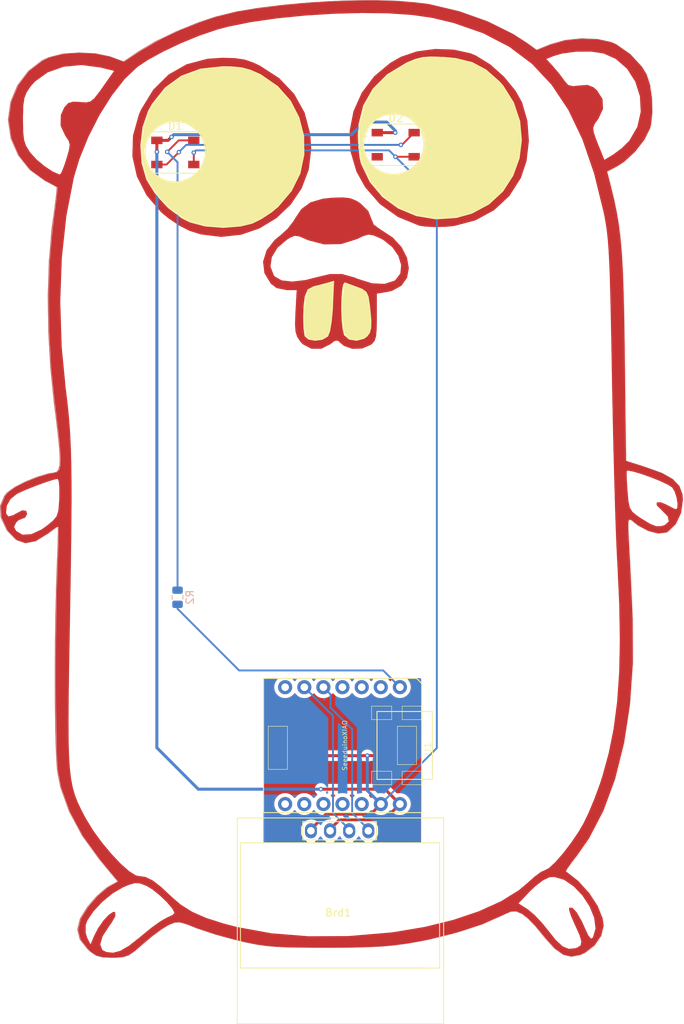
<source format=kicad_pcb>
(kicad_pcb (version 20171130) (host pcbnew "(5.1.2)-1")
  (layers (0 F.Cu signal) (31 B.Cu signal) (34 B.Paste user) (35 F.Paste user) (36 B.SilkS user) (37 F.SilkS user) (38 B.Mask user) (39 F.Mask user) (44 Edge.Cuts user))
  (net 0 "")
  (net 1 GND)
  (net 2 "Net-(D1-Pad2)")
  (net 3 "Net-(D1-Pad4)")
  (net 4 VCC)
  (net 5 /PA02)
  (net 6 "Net-(Brd1-Pad3)")
  (net 7 "Net-(Brd1-Pad4)")
  (module "XIAO:Seeeduino XIAO-MOUDLE14P-2.54-21X17.8MM_PinSocket" (layer F.Cu) (at 108.6485 142.7861 270)
    (fp_text reference U1 (at 9.3345 -21.7805 90) (layer F.SilkS) (effects (font (size 0.889 0.889) (thickness 0.1016))))
    (fp_text value SeeeduinoXIAO (at 8.89 -10.795 90) (layer F.SilkS) (effects (font (size 0.6096 0.6096) (thickness 0.0762))))
    (pad 14 thru_hole circle (at 16.67 -18.11 270) (size 1.8796 1.8796) (drill 1.016) (layers *.Cu *.Mask) (net 4 VCC))
    (pad 13 thru_hole circle (at 16.67 -15.58 270) (size 1.8796 1.8796) (drill 1.016) (layers *.Cu *.Mask) (net 1 GND))
    (pad 12 thru_hole circle (at 16.67 -13.04 270) (size 1.8796 1.8796) (drill 1.016) (layers *.Cu *.Mask))
    (pad 11 thru_hole circle (at 16.66 -10.49 270) (size 1.8796 1.8796) (drill 1.016) (layers *.Cu *.Mask))
    (pad 10 thru_hole circle (at 16.66 -7.96 270) (size 1.8796 1.8796) (drill 1.016) (layers *.Cu *.Mask))
    (pad 9 thru_hole circle (at 16.67 -5.41 270) (size 1.8796 1.8796) (drill 1.016) (layers *.Cu *.Mask))
    (pad 8 thru_hole circle (at 16.67 -2.87 270) (size 1.8796 1.8796) (drill 1.016) (layers *.Cu *.Mask))
    (pad 7 thru_hole circle (at 1.17 -2.87 270) (size 1.8796 1.8796) (drill 1.016) (layers *.Cu *.Mask))
    (pad 6 thru_hole circle (at 1.17 -5.42 270) (size 1.8796 1.8796) (drill 1.016) (layers *.Cu *.Mask) (net 6 "Net-(Brd1-Pad3)"))
    (pad 5 thru_hole circle (at 1.17 -7.95 270) (size 1.8796 1.8796) (drill 1.016) (layers *.Cu *.Mask) (net 7 "Net-(Brd1-Pad4)"))
    (pad 4 thru_hole circle (at 1.17 -10.48 270) (size 1.8796 1.8796) (drill 1.016) (layers *.Cu *.Mask))
    (pad 3 thru_hole circle (at 1.17 -13.04 270) (size 1.8796 1.8796) (drill 1.016) (layers *.Cu *.Mask))
    (pad 2 thru_hole circle (at 1.17 -15.57 270) (size 1.8796 1.8796) (drill 1.016) (layers *.Cu *.Mask))
    (pad 1 thru_hole circle (at 1.16 -18.11 270) (size 1.8796 1.8796) (drill 1.016) (layers *.Cu *.Mask) (net 5 /PA02))
    (pad 15 smd oval (at 7.7 -1.8) (size 2.032 1.016) (layers F.Cu F.Paste F.Mask) (net 4 VCC))
    (pad 16 smd oval (at 10.25 -1.8) (size 2.032 1.016) (layers F.Cu F.Paste F.Mask) (net 1 GND))
    (pad 17 smd circle (at 7.698803 -18.804187) (size 1.143 1.143) (layers F.Cu F.Paste F.Mask))
    (pad 18 smd circle (at 10.238803 -18.804187) (size 1.143 1.143) (layers F.Cu F.Paste F.Mask))
    (pad 19 smd circle (at 7.698803 -16.264187) (size 1.143 1.143) (layers F.Cu F.Paste F.Mask))
    (pad 20 smd circle (at 10.238803 -16.264187) (size 1.143 1.143) (layers F.Cu F.Paste F.Mask) (net 1 GND))
  )
  (module XIAO:128x64OLED (layer F.Cu) (at 118.5672 173.5963)
    (fp_text reference Brd1 (at 0 0.254) (layer F.SilkS))
    (fp_text value SSD1306)
    (pad 2 thru_hole oval (at -1.08 -10.6 90) (size 2 1.6) (drill 1) (layers *.Cu *.Mask) (net 4 VCC))
    (pad 1 thru_hole oval (at -3.62 -10.6 90) (size 2 1.6) (drill 1) (layers *.Cu *.Mask) (net 1 GND))
    (pad 3 thru_hole oval (at 1.46 -10.6 90) (size 2 1.6) (drill 1) (layers *.Cu *.Mask) (net 6 "Net-(Brd1-Pad3)"))
    (pad 4 thru_hole oval (at 4 -10.6 90) (size 2 1.6) (drill 1) (layers *.Cu *.Mask) (net 7 "Net-(Brd1-Pad4)"))
  )
  (module nanbuwks:gopher1 (layer F.Cu) (at 118.98 116.32)
    (fp_text reference G*** hide)
    (fp_text value LOGO hide)
    (fp_poly (pts (xy 7.169317 -63.405155) (xy 10.130958 -63.172796) (xy 11.654612 -62.951744) (xy 15.651753 -62.001055) (xy 19.427981 -60.656155) (xy 22.80222 -58.988855) (xy 24.650451 -57.797785) (xy 25.896616 -56.900563) (xy 27.734737 -57.648625) (xy 29.663572 -58.195941) (xy 31.813404 -58.426654) (xy 33.931696 -58.34116) (xy 35.765913 -57.939859) (xy 36.471899 -57.634844) (xy 38.382196 -56.304826) (xy 39.919348 -54.63765) (xy 40.540013 -53.626113) (xy 40.982628 -52.265696) (xy 41.242308 -50.495456) (xy 41.298273 -48.633742) (xy 41.129743 -46.998902) (xy 41.00453 -46.509628) (xy 40.238244 -44.960153) (xy 39.019789 -43.391092) (xy 37.571229 -42.059221) (xy 36.63124 -41.452663) (xy 35.294406 -40.750602) (xy 35.798238 -38.771625) (xy 36.216072 -37.050401) (xy 36.561205 -35.409969) (xy 36.841707 -33.751617) (xy 37.065644 -31.976636) (xy 37.241085 -29.986313) (xy 37.376097 -27.681939) (xy 37.478747 -24.964801) (xy 37.557104 -21.73619) (xy 37.619235 -17.897394) (xy 37.640617 -16.229463) (xy 37.80874 -2.389807) (xy 40.517587 -1.524208) (xy 42.589105 -0.756807) (xy 44.020666 0.049537) (xy 44.897137 0.970734) (xy 45.303388 2.082692) (xy 45.357143 2.804404) (xy 45.108018 4.538807) (xy 44.427515 5.993001) (xy 43.415948 6.972303) (xy 43.136342 7.114491) (xy 42.03177 7.238966) (xy 40.675088 6.897919) (xy 39.311043 6.170343) (xy 38.698135 5.682077) (xy 38.389606 5.427055) (xy 38.198309 5.417661) (xy 38.108305 5.764412) (xy 38.103654 6.577829) (xy 38.16842 7.968428) (xy 38.22472 8.964705) (xy 38.326572 10.855187) (xy 38.443595 13.209602) (xy 38.56223 15.745411) (xy 38.668917 18.180075) (xy 38.681835 18.489705) (xy 38.715405 24.349691) (xy 38.328842 29.896556) (xy 37.536407 35.06912) (xy 36.352367 39.806199) (xy 34.790985 44.046614) (xy 32.866526 47.729181) (xy 31.364373 49.875142) (xy 30.5717 50.905678) (xy 30.018899 51.680158) (xy 29.811214 52.050049) (xy 29.815552 52.06102) (xy 31.477867 53.364246) (xy 32.925601 54.955651) (xy 34.039569 56.663938) (xy 34.700583 58.317811) (xy 34.830881 59.269134) (xy 34.505436 60.610769) (xy 33.63426 61.87161) (xy 32.3864 62.841654) (xy 31.716786 63.137754) (xy 30.501938 63.358635) (xy 29.384747 63.093813) (xy 28.246233 62.28047) (xy 26.967415 60.855782) (xy 26.66986 60.47299) (xy 25.689867 59.298464) (xy 24.715176 58.309211) (xy 23.949726 57.711331) (xy 23.922244 57.696278) (xy 23.174178 57.369405) (xy 22.539936 57.38093) (xy 21.677594 57.751521) (xy 21.501178 57.842615) (xy 18.725868 59.0684) (xy 15.393242 60.16732) (xy 11.668035 61.087444) (xy 10.420301 61.335577) (xy 8.687074 61.636373) (xy 7.049457 61.858003) (xy 5.343067 62.011808) (xy 3.403516 62.109128) (xy 1.066421 62.161306) (xy -1.814285 62.179651) (xy -4.531271 62.175569) (xy -6.668726 62.145906) (xy -8.372694 62.0798) (xy -9.789218 61.966392) (xy -11.064342 61.794823) (xy -12.344108 61.554233) (xy -13.416899 61.316881) (xy -15.293657 60.843587) (xy -17.186929 60.297621) (xy -18.809648 59.764527) (xy -19.470109 59.513052) (xy -20.696393 59.027294) (xy -21.493817 58.809622) (xy -22.102768 58.839214) (xy -22.763636 59.095246) (xy -22.996661 59.207578) (xy -23.920618 59.774583) (xy -25.113853 60.660565) (xy -26.308136 61.665084) (xy -27.396112 62.612624) (xy -28.196995 63.161313) (xy -28.956399 63.419629) (xy -29.919936 63.496048) (xy -30.462741 63.5) (xy -31.76619 63.445889) (xy -32.639219 63.219433) (xy -33.373341 62.724446) (xy -33.686557 62.436297) (xy -34.723847 61.12567) (xy -34.960851 60.205465) (xy -33.952401 60.205465) (xy -33.732276 60.91114) (xy -33.294274 61.753627) (xy -32.848815 60.665784) (xy -32.291208 59.582811) (xy -31.586536 58.578567) (xy -30.871737 57.808043) (xy -30.283752 57.426231) (xy -30.024649 57.469331) (xy -30.006318 58.000888) (xy -30.544746 58.940814) (xy -30.789353 59.26675) (xy -31.699359 60.66458) (xy -32.018106 61.748085) (xy -31.741112 62.479679) (xy -31.205714 62.758188) (xy -30.310237 62.855379) (xy -29.365456 62.608214) (xy -28.236665 61.952687) (xy -26.789162 60.824789) (xy -26.348616 60.45025) (xy -25.155189 59.485612) (xy -24.040071 58.690635) (xy -23.21862 58.217153) (xy -23.132142 58.18256) (xy -22.423975 57.852907) (xy -22.14939 57.580371) (xy -22.441764 56.998684) (xy -23.146528 56.169526) (xy -24.079312 55.270539) (xy -25.05575 54.479365) (xy -25.891471 53.973645) (xy -25.893685 53.972691) (xy -26.728727 53.661436) (xy -27.405466 53.615358) (xy -28.226774 53.856086) (xy -29.026396 54.196415) (xy -30.380558 54.990994) (xy -31.73659 56.10734) (xy -32.911232 57.361011) (xy -33.721226 58.567561) (xy -33.945701 59.147543) (xy -33.952401 60.205465) (xy -34.960851 60.205465) (xy -35.062616 59.810351) (xy -34.72461 58.394292) (xy -34.641762 58.217436) (xy -33.712877 56.73684) (xy -32.477481 55.306936) (xy -31.18221 54.199289) (xy -30.750218 53.932513) (xy -29.750436 53.393471) (xy -32.143061 50.509235) (xy -34.413843 47.381966) (xy -36.156278 44.147485) (xy -37.31008 40.932018) (xy -37.728486 38.814361) (xy -37.832624 37.552315) (xy -37.915844 35.660756) (xy -37.977892 33.256926) (xy -38.018515 30.458068) (xy -38.037461 27.381424) (xy -38.034478 24.144238) (xy -38.009312 20.863751) (xy -37.96171 17.657207) (xy -37.89142 14.641848) (xy -37.798189 11.934916) (xy -37.787007 11.67217) (xy -37.712193 9.775898) (xy -37.663582 8.177721) (xy -37.644063 7.009841) (xy -37.656525 6.404461) (xy -37.670639 6.349376) (xy -38.003032 6.553392) (xy -38.691135 7.061379) (xy -38.940639 7.254741) (xy -40.559574 8.249173) (xy -41.984746 8.529488) (xy -43.24225 8.093518) (xy -44.35818 6.939098) (xy -44.454506 6.796941) (xy -45.222667 5.145731) (xy -45.258163 4.574251) (xy -44.525195 4.574251) (xy -44.220865 5.000595) (xy -43.528409 4.80764) (xy -43.340595 4.689414) (xy -42.369974 4.176966) (xy -41.840878 4.250523) (xy -41.728571 4.669117) (xy -41.996196 5.164854) (xy -42.228427 5.229411) (xy -42.864344 5.492932) (xy -43.18 5.789705) (xy -43.448796 6.387555) (xy -43.18 6.910294) (xy -42.335802 7.415173) (xy -41.169832 7.343309) (xy -39.797979 6.713876) (xy -39.126065 6.239536) (xy -38.288756 5.550681) (xy -37.809893 4.969534) (xy -37.576794 4.245207) (xy -37.476777 3.126814) (xy -37.448421 2.504242) (xy -37.438438 1.247472) (xy -37.514995 0.348625) (xy -37.661551 0.000058) (xy -37.663758 0) (xy -38.257365 0.130361) (xy -39.295624 0.466081) (xy -40.553735 0.924112) (xy -41.806895 1.421404) (xy -42.830305 1.87491) (xy -43.078399 2.000326) (xy -43.951803 2.717303) (xy -44.418585 3.552667) (xy -44.525195 4.574251) (xy -45.258163 4.574251) (xy -45.319101 3.593181) (xy -44.745542 2.220776) (xy -44.347305 1.758532) (xy -43.399602 1.076979) (xy -42.007427 0.362753) (xy -40.438115 -0.271285) (xy -38.959007 -0.712275) (xy -38.191074 -0.840411) (xy -37.823265 -0.942995) (xy -37.567323 -1.234507) (xy -37.423036 -1.798911) (xy -37.390196 -2.720167) (xy -37.468592 -4.082239) (xy -37.658014 -5.96909) (xy -37.958252 -8.464682) (xy -38.167899 -10.1067) (xy -38.640022 -14.714837) (xy -38.908555 -19.521858) (xy -38.96078 -23.464892) (xy -37.324851 -23.464892) (xy -37.133384 -17.471967) (xy -36.609674 -12.072191) (xy -36.410021 -10.461861) (xy -36.241734 -8.917741) (xy -36.103662 -7.368872) (xy -35.994654 -5.744295) (xy -35.913561 -3.973052) (xy -35.859231 -1.984184) (xy -35.830513 0.293269) (xy -35.826257 2.930263) (xy -35.845313 5.997759) (xy -35.88653 9.566715) (xy -35.948757 13.70809) (xy -36.030844 18.492842) (xy -36.07474 20.917647) (xy -36.151551 25.244401) (xy -36.205774 28.898824) (xy -36.230651 31.955468) (xy -36.219422 34.488882) (xy -36.165328 36.573618) (xy -36.06161 38.284226) (xy -35.901509 39.695256) (xy -35.678266 40.881259) (xy -35.385121 41.916787) (xy -35.015316 42.876388) (xy -34.562091 43.834615) (xy -34.018688 44.866017) (xy -33.880325 45.12127) (xy -32.93943 46.653509) (xy -31.785768 48.233848) (xy -30.5312 49.740218) (xy -29.287586 51.050549) (xy -28.166788 52.042771) (xy -27.280666 52.594816) (xy -26.96505 52.667647) (xy -26.015861 52.801439) (xy -25.044479 53.263671) (xy -23.902323 54.145628) (xy -22.678571 55.301086) (xy -21.335847 56.465857) (xy -19.814197 57.419921) (xy -17.963713 58.233493) (xy -15.634487 58.976792) (xy -13.826997 59.447149) (xy -9.30227 60.273445) (xy -4.312513 60.67248) (xy 1.009191 60.640081) (xy 6.529756 60.172073) (xy 7.075715 60.102713) (xy 11.113218 59.423448) (xy 14.880863 58.492975) (xy 18.280386 57.347397) (xy 20.58827 56.305178) (xy 23.527821 56.305178) (xy 24.736053 57.075704) (xy 25.621108 57.802846) (xy 26.648025 58.878047) (xy 27.349102 59.746137) (xy 28.482198 61.167824) (xy 29.396549 62.008647) (xy 30.218912 62.344707) (xy 31.076039 62.252106) (xy 31.357466 62.152683) (xy 31.780058 61.867894) (xy 31.881025 61.376316) (xy 31.643274 60.537516) (xy 31.049716 59.211056) (xy 30.98251 59.071736) (xy 30.508261 57.98834) (xy 30.25076 57.187603) (xy 30.248027 56.890756) (xy 30.684576 56.883444) (xy 31.269636 57.507016) (xy 31.937416 58.678613) (xy 32.288905 59.461087) (xy 32.793828 60.544046) (xy 33.151367 60.98012) (xy 33.411689 60.850061) (xy 33.761175 59.636591) (xy 33.57726 58.206832) (xy 32.963145 56.703169) (xy 32.02203 55.267985) (xy 30.857114 54.043664) (xy 29.571599 53.172592) (xy 28.268685 52.797152) (xy 27.610898 52.846779) (xy 26.812582 53.234175) (xy 25.799596 53.997284) (xy 25.068436 54.689236) (xy 23.527821 56.305178) (xy 20.58827 56.305178) (xy 21.213527 56.022818) (xy 23.582022 54.555342) (xy 24.675934 53.636029) (xy 25.657873 52.761745) (xy 26.493144 52.143782) (xy 26.983687 51.920588) (xy 27.566083 51.626151) (xy 28.421507 50.832297) (xy 29.43851 49.673213) (xy 30.505645 48.283083) (xy 31.511462 46.796094) (xy 32.171242 45.674678) (xy 32.864981 44.232684) (xy 33.633864 42.375168) (xy 34.356028 40.40561) (xy 34.66229 39.471144) (xy 35.515833 36.359717) (xy 36.168931 33.092769) (xy 36.627991 29.576134) (xy 36.899422 25.715645) (xy 36.989629 21.417135) (xy 36.905021 16.586438) (xy 36.652005 11.129387) (xy 36.623649 10.645588) (xy 36.538453 8.934548) (xy 36.446186 6.587041) (xy 36.349974 3.713584) (xy 36.252944 0.424695) (xy 36.224615 -0.650164) (xy 37.887245 -0.650164) (xy 37.917444 0.295607) (xy 38.000889 1.581966) (xy 38.004666 1.630339) (xy 38.128295 2.989507) (xy 38.312255 3.836831) (xy 38.674956 4.405128) (xy 39.334807 4.927216) (xy 39.856917 5.272251) (xy 41.013859 5.976251) (xy 41.818268 6.290458) (xy 42.495789 6.276578) (xy 42.968895 6.123271) (xy 43.488216 5.658247) (xy 43.353454 4.989766) (xy 42.581953 4.197866) (xy 42.545664 4.170422) (xy 41.894515 3.518892) (xy 41.877591 3.129055) (xy 42.418234 3.112333) (xy 43.087753 3.382485) (xy 43.881516 3.790828) (xy 44.359286 4.034583) (xy 44.611618 3.907159) (xy 44.655244 3.313339) (xy 44.525565 2.490256) (xy 44.257986 1.675042) (xy 43.927597 1.143113) (xy 43.366964 0.77842) (xy 42.382469 0.316019) (xy 41.168942 -0.172882) (xy 39.921215 -0.617078) (xy 38.834119 -0.945361) (xy 38.102484 -1.086524) (xy 37.916887 -1.05368) (xy 37.887245 -0.650164) (xy 36.224615 -0.650164) (xy 36.158223 -3.169109) (xy 36.068939 -6.957309) (xy 35.988218 -10.829388) (xy 35.936696 -13.633824) (xy 35.861839 -17.839872) (xy 35.792331 -21.375478) (xy 35.724331 -24.3172) (xy 35.653997 -26.741596) (xy 35.577488 -28.725223) (xy 35.490962 -30.344639) (xy 35.390578 -31.676401) (xy 35.272494 -32.797067) (xy 35.132869 -33.783194) (xy 34.967861 -34.71134) (xy 34.849609 -35.29853) (xy 33.569263 -40.493199) (xy 32.011869 -45.023157) (xy 30.142579 -48.927916) (xy 27.926545 -52.246991) (xy 25.328921 -55.019896) (xy 24.451551 -55.679584) (xy 27.2276 -55.679584) (xy 28.172158 -54.640528) (xy 28.964881 -53.702267) (xy 29.618956 -52.821681) (xy 29.657247 -52.763252) (xy 30.130351 -52.225061) (xy 30.766071 -52.066795) (xy 31.624239 -52.159843) (xy 32.695846 -52.233136) (xy 33.459246 -51.941925) (xy 33.942493 -51.532215) (xy 34.685338 -50.369671) (xy 34.7498 -49.060378) (xy 34.130063 -47.738217) (xy 34.108572 -47.70984) (xy 33.647845 -47.072723) (xy 33.450384 -46.556268) (xy 33.519442 -45.931445) (xy 33.858272 -44.96922) (xy 34.158147 -44.21978) (xy 34.933436 -42.294239) (xy 36.149697 -43.032957) (xy 37.248566 -43.857057) (xy 38.234814 -44.835095) (xy 38.267721 -44.87488) (xy 39.315382 -46.684416) (xy 39.763636 -48.684632) (xy 39.655712 -50.730865) (xy 39.03484 -52.678453) (xy 37.944248 -54.382734) (xy 36.427167 -55.699044) (xy 34.821132 -56.408582) (xy 33.166195 -56.660066) (xy 31.221385 -56.652608) (xy 29.346927 -56.404305) (xy 28.2188 -56.076895) (xy 27.2276 -55.679584) (xy 24.451551 -55.679584) (xy 22.314859 -57.286145) (xy 18.849512 -59.085251) (xy 14.898033 -60.456728) (xy 12.064287 -61.135162) (xy 9.45289 -61.51428) (xy 6.297381 -61.725448) (xy 2.758756 -61.777473) (xy -1.001988 -61.679165) (xy -4.823855 -61.439329) (xy -8.54585 -61.066775) (xy -12.006976 -60.570311) (xy -15.046236 -59.958743) (xy -16.491797 -59.572898) (xy -18.82361 -58.779408) (xy -21.269821 -57.779792) (xy -23.62001 -56.67247) (xy -25.663755 -55.55586) (xy -27.059798 -54.629957) (xy -28.766733 -53.01672) (xy -30.485976 -50.825363) (xy -32.124658 -48.21694) (xy -33.589909 -45.352502) (xy -34.788859 -42.3931) (xy -35.520937 -39.95691) (xy -36.512137 -34.873596) (xy -37.115606 -29.320846) (xy -37.324851 -23.464892) (xy -38.96078 -23.464892) (xy -38.972042 -24.315153) (xy -38.829027 -28.882114) (xy -38.478053 -33.010132) (xy -38.332457 -34.127887) (xy -38.096466 -35.850244) (xy -37.919216 -37.277136) (xy -37.817666 -38.261678) (xy -37.808776 -38.656983) (xy -37.809471 -38.657709) (xy -38.169839 -38.869013) (xy -38.957636 -39.292512) (xy -39.421726 -39.535321) (xy -41.392435 -40.957235) (xy -42.919277 -42.875675) (xy -43.909024 -45.135041) (xy -44.268451 -47.579734) (xy -44.268571 -47.625) (xy -42.272857 -47.625) (xy -42.248845 -46.052755) (xy -42.141112 -44.99432) (xy -41.896116 -44.217096) (xy -41.460311 -43.488482) (xy -41.255524 -43.205592) (xy -40.446931 -42.330423) (xy -39.388114 -41.452421) (xy -38.31451 -40.74326) (xy -37.46156 -40.374614) (xy -37.349837 -40.357685) (xy -37.13987 -40.673475) (xy -36.807659 -41.508335) (xy -36.512636 -42.402871) (xy -36.170689 -43.580217) (xy -36.063788 -44.301974) (xy -36.201581 -44.822666) (xy -36.593713 -45.396816) (xy -36.627799 -45.44148) (xy -37.275849 -46.819233) (xy -37.243157 -48.260622) (xy -36.780295 -49.265581) (xy -36.261883 -49.829571) (xy -35.576325 -50.020935) (xy -34.693866 -49.970995) (xy -33.896591 -49.912668) (xy -33.327222 -50.037316) (xy -32.800814 -50.466677) (xy -32.132418 -51.322493) (xy -31.684857 -51.951655) (xy -30.168286 -54.099883) (xy -31.984077 -54.548296) (xy -34.488105 -54.879825) (xy -36.865801 -54.653716) (xy -38.981285 -53.907295) (xy -40.698675 -52.67789) (xy -41.295482 -51.990482) (xy -41.791156 -51.243393) (xy -42.084667 -50.505838) (xy -42.227549 -49.54764) (xy -42.271336 -48.138619) (xy -42.272857 -47.625) (xy -44.268571 -47.625) (xy -43.936671 -50.004872) (xy -43.007789 -52.214319) (xy -41.582153 -54.098423) (xy -39.759993 -55.50227) (xy -38.909768 -55.907754) (xy -37.09423 -56.371406) (xy -34.923172 -56.54366) (xy -32.709647 -56.423684) (xy -30.766705 -56.010645) (xy -30.535867 -55.930039) (xy -28.958877 -55.345016) (xy -26.805717 -56.777601) (xy -24.578672 -58.082775) (xy -21.895298 -59.376244) (xy -19.017648 -60.540379) (xy -16.691428 -61.317562) (xy -14.101758 -61.947184) (xy -10.964255 -62.482185) (xy -7.443818 -62.91306) (xy -3.705344 -63.2303) (xy 0.086269 -63.424401) (xy 3.766122 -63.485855) (xy 7.169317 -63.405155)) (layer F.Cu) (width 0.01))
    (fp_poly (pts (xy 1.222404 -37.19951) (xy 2.014554 -36.870333) (xy 2.54 -36.53275) (xy 3.577432 -35.527563) (xy 3.924251 -34.638815) (xy 4.304572 -33.713423) (xy 5.227366 -33.048957) (xy 6.838282 -32.000972) (xy 8.006636 -30.720859) (xy 8.719453 -29.325702) (xy 8.963758 -27.932587) (xy 8.726579 -26.658596) (xy 7.994941 -25.620815) (xy 6.75587 -24.936326) (xy 6.142305 -24.792057) (xy 4.717143 -24.557461) (xy 4.717143 -21.451382) (xy 4.697712 -19.894041) (xy 4.613208 -18.903513) (xy 4.424315 -18.300022) (xy 4.091716 -17.903793) (xy 3.910691 -17.763828) (xy 2.756619 -17.280435) (xy 1.465107 -17.239064) (xy 0.349469 -17.631129) (xy 0.058304 -17.869394) (xy -0.456422 -18.323696) (xy -0.876297 -18.29212) (xy -1.433323 -17.869394) (xy -2.669513 -17.248589) (xy -3.976111 -17.25035) (xy -5.127614 -17.855601) (xy -5.454636 -18.209559) (xy -5.8587 -18.828601) (xy -6.076816 -19.508988) (xy -6.144216 -20.469843) (xy -6.109366 -21.528365) (xy -5.071368 -21.528365) (xy -5.04115 -20.143409) (xy -4.920665 -19.111153) (xy -4.859749 -18.893786) (xy -4.359355 -18.459822) (xy -3.486896 -18.308725) (xy -2.541882 -18.440231) (xy -1.823826 -18.854081) (xy -1.787495 -18.896466) (xy -1.528629 -19.58227) (xy -1.313547 -20.860887) (xy -1.177523 -22.453437) (xy -0.01348 -22.453437) (xy 0.03299 -21.090017) (xy 0.148888 -19.913972) (xy 0.336281 -19.111691) (xy 0.375624 -19.025444) (xy 1.026222 -18.469594) (xy 1.995352 -18.311796) (xy 2.979357 -18.565565) (xy 3.421225 -18.889916) (xy 3.767618 -19.365795) (xy 3.940299 -20.007559) (xy 3.953721 -20.989252) (xy 3.822335 -22.48492) (xy 3.763062 -23.006702) (xy 3.588286 -24.151703) (xy 3.30382 -24.795514) (xy 2.75221 -25.182384) (xy 2.224073 -25.39405) (xy 1.246279 -25.7559) (xy 0.531186 -26.023484) (xy 0.453572 -26.053047) (xy 0.243004 -25.804036) (xy 0.093595 -24.996837) (xy 0.007411 -23.81784) (xy -0.01348 -22.453437) (xy -1.177523 -22.453437) (xy -1.166855 -22.578331) (xy -1.151784 -22.874741) (xy -0.99458 -26.259492) (xy -1.858004 -26.007519) (xy -2.919675 -25.72262) (xy -3.681488 -25.538864) (xy -4.474843 -25.118623) (xy -4.860192 -24.196799) (xy -4.860773 -24.193812) (xy -5.011261 -22.97538) (xy -5.071368 -21.528365) (xy -6.109366 -21.528365) (xy -6.096133 -21.930292) (xy -6.085265 -22.131618) (xy -5.925727 -25.026471) (xy -7.253898 -25.026471) (xy -8.59982 -25.300219) (xy -9.365452 -25.88487) (xy -10.210671 -27.281711) (xy -10.313801 -28.152939) (xy -9.412369 -28.152939) (xy -8.974573 -27.005469) (xy -8.833761 -26.830148) (xy -7.929393 -26.315636) (xy -6.524891 -26.156824) (xy -4.760006 -26.356982) (xy -3.414097 -26.70331) (xy -1.519878 -27.151827) (xy 0.092491 -27.155407) (xy 1.731247 -26.703977) (xy 2.177143 -26.520589) (xy 4.059808 -25.933528) (xy 5.734522 -25.848478) (xy 7.050323 -26.27044) (xy 7.176405 -26.355005) (xy 7.838315 -27.223543) (xy 7.9519 -28.347411) (xy 7.574196 -29.569917) (xy 6.762236 -30.734367) (xy 5.573056 -31.684067) (xy 5.157845 -31.90063) (xy 4.23606 -32.295721) (xy 3.583164 -32.389226) (xy 2.864626 -32.169686) (xy 2.0869 -31.795441) (xy -0.010601 -31.136732) (xy -2.266304 -31.084849) (xy -4.411167 -31.642746) (xy -4.587938 -31.722202) (xy -5.543419 -32.136013) (xy -6.158735 -32.229275) (xy -6.747894 -32.004874) (xy -7.176301 -31.746001) (xy -8.467668 -30.658345) (xy -9.228212 -29.415611) (xy -9.412369 -28.152939) (xy -10.313801 -28.152939) (xy -10.389692 -28.794044) (xy -9.925452 -30.30317) (xy -8.840887 -31.690391) (xy -8.133711 -32.259295) (xy -7.140449 -33.150183) (xy -6.340342 -34.193781) (xy -6.232648 -34.391249) (xy -5.311421 -35.773753) (xy -4.091473 -36.666203) (xy -2.42802 -37.151185) (xy -1.167686 -37.280339) (xy 0.25173 -37.318017) (xy 1.222404 -37.19951)) (layer F.Cu) (width 0.01))
    (fp_poly (pts (xy -14.108641 -55.787475) (xy -12.849184 -55.599409) (xy -11.696442 -55.209006) (xy -10.811772 -54.792555) (xy -8.241756 -53.128887) (xy -6.255327 -51.038188) (xy -4.876202 -48.558866) (xy -4.1281 -45.729326) (xy -3.991428 -43.748591) (xy -4.326087 -41.001856) (xy -5.269986 -38.514859) (xy -6.73301 -36.347827) (xy -8.625043 -34.560986) (xy -10.85597 -33.214564) (xy -13.335674 -32.368788) (xy -15.974039 -32.083886) (xy -18.680952 -32.420085) (xy -20.210418 -32.908911) (xy -21.530811 -33.587299) (xy -22.975641 -34.561621) (xy -23.911429 -35.33509) (xy -25.853762 -37.583448) (xy -27.136184 -40.081095) (xy -27.743988 -42.752493) (xy -27.699986 -44.247494) (xy -26.692405 -44.247494) (xy -26.529264 -41.841458) (xy -25.911288 -39.714396) (xy -25.852484 -39.586599) (xy -24.647517 -37.664407) (xy -23.010965 -35.904388) (xy -21.169849 -34.527643) (xy -20.115121 -33.998833) (xy -18.063931 -33.458157) (xy -15.706376 -33.276826) (xy -13.375735 -33.461302) (xy -11.8596 -33.838787) (xy -10.64705 -34.429571) (xy -9.287976 -35.333496) (xy -8.397096 -36.06897) (xy -6.629851 -38.158718) (xy -5.481912 -40.500309) (xy -4.938054 -42.983038) (xy -4.983055 -45.496202) (xy -5.601693 -47.929097) (xy -6.778744 -50.17102) (xy -8.498986 -52.111266) (xy -10.747195 -53.639132) (xy -10.818115 -53.675162) (xy -12.06979 -54.238702) (xy -13.218454 -54.556436) (xy -14.570935 -54.692581) (xy -15.782582 -54.714219) (xy -18.718222 -54.399627) (xy -21.267724 -53.45909) (xy -23.414405 -51.902615) (xy -25.141583 -49.74021) (xy -25.675668 -48.779214) (xy -26.406082 -46.653185) (xy -26.692405 -44.247494) (xy -27.699986 -44.247494) (xy -27.66247 -45.522106) (xy -26.876924 -48.314394) (xy -26.571831 -49.000843) (xy -24.968461 -51.609255) (xy -22.95395 -53.603724) (xy -20.545567 -54.973309) (xy -17.760577 -55.707067) (xy -15.782582 -55.837929) (xy -14.108641 -55.787475)) (layer F.Cu) (width 0.01))
    (fp_poly (pts (xy 14.911367 -56.92119) (xy 17.124211 -56.437561) (xy 17.858823 -56.141941) (xy 19.778523 -54.955196) (xy 21.607772 -53.325529) (xy 23.128558 -51.473216) (xy 23.991059 -49.946024) (xy 24.707105 -47.493008) (xy 24.906761 -44.800402) (xy 24.593918 -42.132826) (xy 23.843312 -39.899813) (xy 22.315879 -37.511839) (xy 20.28444 -35.623522) (xy 17.823328 -34.283235) (xy 15.006874 -33.539349) (xy 13.893961 -33.425221) (xy 12.44721 -33.39098) (xy 11.136283 -33.452876) (xy 10.341429 -33.576633) (xy 7.526984 -34.721049) (xy 5.103365 -36.446553) (xy 3.154633 -38.680708) (xy 2.005006 -40.760386) (xy 1.218248 -43.420448) (xy 1.126727 -45.552988) (xy 2.177143 -45.552988) (xy 2.241805 -44.03727) (xy 2.409637 -42.628984) (xy 2.597552 -41.797652) (xy 3.762251 -39.368387) (xy 5.446401 -37.367088) (xy 7.544978 -35.841122) (xy 9.952962 -34.837857) (xy 12.56533 -34.40466) (xy 15.277061 -34.588897) (xy 17.312817 -35.160734) (xy 19.618413 -36.397042) (xy 21.457644 -38.112248) (xy 22.808073 -40.194265) (xy 23.647264 -42.531007) (xy 23.952779 -45.010387) (xy 23.70218 -47.520319) (xy 22.873032 -49.948716) (xy 21.442896 -52.183491) (xy 20.852191 -52.841961) (xy 19.153481 -54.309585) (xy 17.325401 -55.264975) (xy 15.160803 -55.796396) (xy 13.553471 -55.951981) (xy 11.94934 -56.008761) (xy 10.78823 -55.933809) (xy 9.792624 -55.684444) (xy 8.685005 -55.217983) (xy 8.638343 -55.196042) (xy 6.09852 -53.664788) (xy 4.180992 -51.765241) (xy 2.896048 -49.512758) (xy 2.253974 -46.922691) (xy 2.177143 -45.552988) (xy 1.126727 -45.552988) (xy 1.102444 -46.1188) (xy 1.616438 -48.74975) (xy 2.719074 -51.207607) (xy 4.369198 -53.386683) (xy 6.525655 -55.181285) (xy 7.929169 -55.974144) (xy 10.04592 -56.684954) (xy 12.462628 -57.002145) (xy 14.911367 -56.92119)) (layer F.Cu) (width 0.01))
  )
  (module Resistor_SMD:R_0805_2012Metric (layer B.Cu) (at 97.2312 132.0269 90)
    (fp_text reference R2 (at 0 1.65 90) (layer B.SilkS) (effects (justify mirror)))
    (fp_text value 330)
    (pad 2 smd roundrect (at 0.9375 0 90) (size 0.975 1.4) (layers B.Cu B.Paste B.Mask) (net 3 "Net-(D1-Pad4)"))
    (pad 1 smd roundrect (at -0.9375 0 90) (size 0.975 1.4) (layers B.Cu B.Paste B.Mask) (net 5 /PA02))
  )
  (module LED_SMD:LED_WS2812B_PLCC4_5.0x5.0mm_P3.2mm (layer F.Cu) (at 126.201 72.009)
    (fp_text reference D2 (at 0 -3.5) (layer F.SilkS))
    (fp_text value WS2812B)
    (fp_text user 1 (at -4.15 -1.6) (layer F.SilkS))
    (pad 1 smd rect (at -2.45 -1.6) (size 1.5 1) (layers F.Cu F.Paste F.Mask) (net 4 VCC))
    (pad 2 smd rect (at -2.45 1.6) (size 1.5 1) (layers F.Cu F.Paste F.Mask))
    (pad 4 smd rect (at 2.45 -1.6) (size 1.5 1) (layers F.Cu F.Paste F.Mask) (net 2 "Net-(D1-Pad2)"))
    (pad 3 smd rect (at 2.45 1.6) (size 1.5 1) (layers F.Cu F.Paste F.Mask) (net 1 GND))
  )
  (module LED_SMD:LED_WS2812B_PLCC4_5.0x5.0mm_P3.2mm (layer F.Cu) (at 96.938 73.0375)
    (fp_text reference D1 (at 0 -3.5 180) (layer F.SilkS))
    (fp_text value WS2812B)
    (fp_text user 1 (at -4.15 -1.6) (layer F.SilkS))
    (pad 1 smd rect (at -2.45 -1.6) (size 1.5 1) (layers F.Cu F.Paste F.Mask) (net 4 VCC))
    (pad 2 smd rect (at -2.45 1.6) (size 1.5 1) (layers F.Cu F.Paste F.Mask) (net 2 "Net-(D1-Pad2)"))
    (pad 4 smd rect (at 2.45 -1.6) (size 1.5 1) (layers F.Cu F.Paste F.Mask) (net 3 "Net-(D1-Pad4)"))
    (pad 3 smd rect (at 2.45 1.6) (size 1.5 1) (layers F.Cu F.Paste F.Mask) (net 1 GND))
  )
  (module MountingHole:MountingHole_3.2mm_M3 (layer F.Cu) (at 117.65534 58.98896)
    (fp_text reference REF** hide)
    (fp_text value MountingHole_3.2mm_M3)
    (pad 1 np_thru_hole circle (at 0 0) (size 3.2 3.2) (drill 3.2) (layers *.Cu *.Mask))
  )
  (gr_line (start 154.8257 75.3745) (end 154.3939 75.6158) (layer Edge.Cuts) (width 0.05))
  (gr_line (start 155.6385 74.93) (end 154.8257 75.3745) (layer Edge.Cuts) (width 0.05))
  (gr_line (start 156.6291 74.3331) (end 155.6385 74.93) (layer Edge.Cuts) (width 0.05))
  (gr_line (start 157.0863 73.914) (end 156.6291 74.3331) (layer Edge.Cuts) (width 0.05))
  (gr_line (start 158.115 72.9742) (end 157.0863 73.914) (layer Edge.Cuts) (width 0.05))
  (gr_line (start 159.3088 71.4375) (end 158.115 72.9742) (layer Edge.Cuts) (width 0.05))
  (gr_line (start 160.0835 69.85) (end 159.3088 71.4375) (layer Edge.Cuts) (width 0.05))
  (gr_line (start 160.2232 69.3801) (end 160.0835 69.85) (layer Edge.Cuts) (width 0.05))
  (gr_line (start 160.3883 67.7164) (end 160.2232 69.3801) (layer Edge.Cuts) (width 0.05))
  (gr_line (start 160.3375 65.8749) (end 160.3883 67.7164) (layer Edge.Cuts) (width 0.05))
  (gr_line (start 160.0835 64.0842) (end 160.3375 65.8749) (layer Edge.Cuts) (width 0.05))
  (gr_line (start 159.6517 62.7253) (end 160.0835 64.0842) (layer Edge.Cuts) (width 0.05))
  (gr_line (start 159.0294 61.7093) (end 159.6517 62.7253) (layer Edge.Cuts) (width 0.05))
  (gr_line (start 157.5054 60.0329) (end 159.0294 61.7093) (layer Edge.Cuts) (width 0.05))
  (gr_line (start 155.575 58.6994) (end 157.5054 60.0329) (layer Edge.Cuts) (width 0.05))
  (gr_line (start 154.8765 58.3946) (end 155.575 58.6994) (layer Edge.Cuts) (width 0.05))
  (gr_line (start 153.0223 57.9882) (end 154.8765 58.3946) (layer Edge.Cuts) (width 0.05))
  (gr_line (start 150.9014 57.912) (end 153.0223 57.9882) (layer Edge.Cuts) (width 0.05))
  (gr_line (start 148.7551 58.1279) (end 150.9014 57.912) (layer Edge.Cuts) (width 0.05))
  (gr_line (start 147.9804 58.3438) (end 148.7551 58.1279) (layer Edge.Cuts) (width 0.05))
  (gr_line (start 146.6469 58.7375) (end 147.9804 58.3438) (layer Edge.Cuts) (width 0.05))
  (gr_line (start 144.9832 59.4106) (end 146.6469 58.7375) (layer Edge.Cuts) (width 0.05))
  (gr_line (start 144.6784 59.182) (end 144.9832 59.4106) (layer Edge.Cuts) (width 0.05))
  (gr_line (start 143.9672 58.6867) (end 144.6784 59.182) (layer Edge.Cuts) (width 0.05))
  (gr_line (start 143.1798 58.1533) (end 143.9672 58.6867) (layer Edge.Cuts) (width 0.05))
  (gr_line (start 141.859 57.3278) (end 143.1798 58.1533) (layer Edge.Cuts) (width 0.05))
  (gr_line (start 138.5316 55.6641) (end 141.859 57.3278) (layer Edge.Cuts) (width 0.05))
  (gr_line (start 136.525 54.9402) (end 138.5316 55.6641) (layer Edge.Cuts) (width 0.05))
  (gr_line (start 134.7089 54.3052) (end 136.525 54.9402) (layer Edge.Cuts) (width 0.05))
  (gr_line (start 130.5814 53.3273) (end 134.7089 54.3052) (layer Edge.Cuts) (width 0.05))
  (gr_line (start 128.4224 53.086) (end 130.5814 53.3273) (layer Edge.Cuts) (width 0.05))
  (gr_line (start 126.4158 52.9209) (end 128.4224 53.086) (layer Edge.Cuts) (width 0.05))
  (gr_line (start 125.2728 52.8828) (end 126.4158 52.9209) (layer Edge.Cuts) (width 0.05))
  (gr_line (start 123.7234 52.8447) (end 125.2728 52.8828) (layer Edge.Cuts) (width 0.05))
  (gr_line (start 121.2723 52.8574) (end 123.7234 52.8447) (layer Edge.Cuts) (width 0.05))
  (gr_line (start 119.3546 52.8955) (end 121.2723 52.8574) (layer Edge.Cuts) (width 0.05))
  (gr_line (start 116.7638 53.0098) (end 119.3546 52.8955) (layer Edge.Cuts) (width 0.05))
  (gr_line (start 113.8174 53.213) (end 116.7638 53.0098) (layer Edge.Cuts) (width 0.05))
  (gr_line (start 110.7567 53.5178) (end 113.8174 53.213) (layer Edge.Cuts) (width 0.05))
  (gr_line (start 107.5436 53.9242) (end 110.7567 53.5178) (layer Edge.Cuts) (width 0.05))
  (gr_line (start 105.0417 54.3433) (end 107.5436 53.9242) (layer Edge.Cuts) (width 0.05))
  (gr_line (start 102.1842 55.0545) (end 105.0417 54.3433) (layer Edge.Cuts) (width 0.05))
  (gr_line (start 100.4189 55.6514) (end 102.1842 55.0545) (layer Edge.Cuts) (width 0.05))
  (gr_line (start 97.5106 56.7944) (end 100.4189 55.6514) (layer Edge.Cuts) (width 0.05))
  (gr_line (start 95.0722 57.9501) (end 97.5106 56.7944) (layer Edge.Cuts) (width 0.05))
  (gr_line (start 92.3544 59.5122) (end 95.0722 57.9501) (layer Edge.Cuts) (width 0.05))
  (gr_line (start 90.1192 60.96) (end 92.3544 59.5122) (layer Edge.Cuts) (width 0.05))
  (gr_line (start 88.3412 60.2996) (end 90.1192 60.96) (layer Edge.Cuts) (width 0.05))
  (gr_line (start 86.36 59.8932) (end 88.3412 60.2996) (layer Edge.Cuts) (width 0.05))
  (gr_line (start 84.1629 59.7789) (end 86.36 59.8932) (layer Edge.Cuts) (width 0.05))
  (gr_line (start 82.0166 59.9313) (end 84.1629 59.7789) (layer Edge.Cuts) (width 0.05))
  (gr_line (start 80.1878 60.4012) (end 82.0166 59.9313) (layer Edge.Cuts) (width 0.05))
  (gr_line (start 79.3242 60.8203) (end 80.1878 60.4012) (layer Edge.Cuts) (width 0.05))
  (gr_line (start 77.4827 62.2173) (end 79.3242 60.8203) (layer Edge.Cuts) (width 0.05))
  (gr_line (start 76.0984 64.0334) (end 77.4827 62.2173) (layer Edge.Cuts) (width 0.05))
  (gr_line (start 75.1078 66.3194) (end 76.0984 64.0334) (layer Edge.Cuts) (width 0.05))
  (gr_line (start 74.7776 68.7324) (end 75.1078 66.3194) (layer Edge.Cuts) (width 0.05))
  (gr_line (start 75.1332 71.1962) (end 74.7776 68.7324) (layer Edge.Cuts) (width 0.05))
  (gr_line (start 76.1238 73.4695) (end 75.1332 71.1962) (layer Edge.Cuts) (width 0.05))
  (gr_line (start 77.6224 75.3618) (end 76.1238 73.4695) (layer Edge.Cuts) (width 0.05))
  (gr_line (start 78.7908 76.2127) (end 77.6224 75.3618) (layer Edge.Cuts) (width 0.05))
  (gr_line (start 79.6417 76.8223) (end 78.7908 76.2127) (layer Edge.Cuts) (width 0.05))
  (gr_line (start 80.518 77.2795) (end 79.6417 76.8223) (layer Edge.Cuts) (width 0.05))
  (gr_line (start 81.2546 77.6859) (end 80.518 77.2795) (layer Edge.Cuts) (width 0.05))
  (gr_line (start 81.2546 78.0288) (end 81.2546 77.6859) (layer Edge.Cuts) (width 0.05))
  (gr_line (start 81.1784 78.6003) (end 81.2546 78.0288) (layer Edge.Cuts) (width 0.05))
  (gr_line (start 81.0641 79.6417) (end 81.1784 78.6003) (layer Edge.Cuts) (width 0.05))
  (gr_line (start 80.8228 81.407) (end 81.0641 79.6417) (layer Edge.Cuts) (width 0.05))
  (gr_line (start 80.4545 84.7852) (end 80.8228 81.407) (layer Edge.Cuts) (width 0.05))
  (gr_line (start 80.264 86.9188) (end 80.4545 84.7852) (layer Edge.Cuts) (width 0.05))
  (gr_line (start 80.1497 90.0049) (end 80.264 86.9188) (layer Edge.Cuts) (width 0.05))
  (gr_line (start 80.1116 92.456) (end 80.1497 90.0049) (layer Edge.Cuts) (width 0.05))
  (gr_line (start 80.1497 96.6343) (end 80.1116 92.456) (layer Edge.Cuts) (width 0.05))
  (gr_line (start 80.4164 101.6889) (end 80.1497 96.6343) (layer Edge.Cuts) (width 0.05))
  (gr_line (start 80.7847 105.156) (end 80.4164 101.6889) (layer Edge.Cuts) (width 0.05))
  (gr_line (start 81.0641 107.5817) (end 80.7847 105.156) (layer Edge.Cuts) (width 0.05))
  (gr_line (start 81.3308 109.7661) (end 81.0641 107.5817) (layer Edge.Cuts) (width 0.05))
  (gr_line (start 81.5213 111.5441) (end 81.3308 109.7661) (layer Edge.Cuts) (width 0.05))
  (gr_line (start 81.5975 112.5474) (end 81.5213 111.5441) (layer Edge.Cuts) (width 0.05))
  (gr_line (start 81.661 113.6269) (end 81.5975 112.5474) (layer Edge.Cuts) (width 0.05))
  (gr_line (start 81.6356 114.5286) (end 81.661 113.6269) (layer Edge.Cuts) (width 0.05))
  (gr_line (start 81.4959 115.0874) (end 81.6356 114.5286) (layer Edge.Cuts) (width 0.05))
  (gr_line (start 81.2419 115.3795) (end 81.4959 115.0874) (layer Edge.Cuts) (width 0.05))
  (gr_line (start 80.8736 115.4811) (end 81.2419 115.3795) (layer Edge.Cuts) (width 0.05))
  (gr_line (start 80.0862 115.6208) (end 80.8736 115.4811) (layer Edge.Cuts) (width 0.05))
  (gr_line (start 78.5241 116.1034) (end 80.0862 115.6208) (layer Edge.Cuts) (width 0.05))
  (gr_line (start 77.0382 116.7003) (end 78.5241 116.1034) (layer Edge.Cuts) (width 0.05))
  (gr_line (start 75.6793 117.3861) (end 77.0382 116.7003) (layer Edge.Cuts) (width 0.05))
  (gr_line (start 74.7141 118.0846) (end 75.6793 117.3861) (layer Edge.Cuts) (width 0.05))
  (gr_line (start 74.3204 118.5418) (end 74.7141 118.0846) (layer Edge.Cuts) (width 0.05))
  (gr_line (start 73.7362 119.9261) (end 74.3204 118.5418) (layer Edge.Cuts) (width 0.05))
  (gr_line (start 73.8378 121.5009) (end 73.7362 119.9261) (layer Edge.Cuts) (width 0.05))
  (gr_line (start 74.5998 123.1519) (end 73.8378 121.5009) (layer Edge.Cuts) (width 0.05))
  (gr_line (start 74.7014 123.3043) (end 74.5998 123.1519) (layer Edge.Cuts) (width 0.05))
  (gr_line (start 75.8317 124.46) (end 74.7014 123.3043) (layer Edge.Cuts) (width 0.05))
  (gr_line (start 77.0763 124.8918) (end 75.8317 124.46) (layer Edge.Cuts) (width 0.05))
  (gr_line (start 78.5368 124.6124) (end 77.0763 124.8918) (layer Edge.Cuts) (width 0.05))
  (gr_line (start 80.0354 123.6853) (end 78.5368 124.6124) (layer Edge.Cuts) (width 0.05))
  (gr_line (start 81.0133 122.9614) (end 80.0354 123.6853) (layer Edge.Cuts) (width 0.05))
  (gr_line (start 81.3943 122.7328) (end 81.0133 122.9614) (layer Edge.Cuts) (width 0.05))
  (gr_line (start 81.3816 124.7013) (end 81.3943 122.7328) (layer Edge.Cuts) (width 0.05))
  (gr_line (start 81.3308 126.3015) (end 81.3816 124.7013) (layer Edge.Cuts) (width 0.05))
  (gr_line (start 81.1276 131.6609) (end 81.3308 126.3015) (layer Edge.Cuts) (width 0.05))
  (gr_line (start 81.026 139.3444) (end 81.1276 131.6609) (layer Edge.Cuts) (width 0.05))
  (gr_line (start 81.026 144.7165) (end 81.026 139.3444) (layer Edge.Cuts) (width 0.05))
  (gr_line (start 81.153 152.4508) (end 81.026 144.7165) (layer Edge.Cuts) (width 0.05))
  (gr_line (start 81.2165 153.8732) (end 81.153 152.4508) (layer Edge.Cuts) (width 0.05))
  (gr_line (start 81.3308 155.1686) (end 81.2165 153.8732) (layer Edge.Cuts) (width 0.05))
  (gr_line (start 81.7372 157.2768) (end 81.3308 155.1686) (layer Edge.Cuts) (width 0.05))
  (gr_line (start 82.8929 160.4772) (end 81.7372 157.2768) (layer Edge.Cuts) (width 0.05))
  (gr_line (start 83.5025 161.6202) (end 82.8929 160.4772) (layer Edge.Cuts) (width 0.05))
  (gr_line (start 84.6328 163.7284) (end 83.5025 161.6202) (layer Edge.Cuts) (width 0.05))
  (gr_line (start 85.9282 165.5064) (end 84.6328 163.7284) (layer Edge.Cuts) (width 0.05))
  (gr_line (start 87.122 167.1066) (end 85.9282 165.5064) (layer Edge.Cuts) (width 0.05))
  (gr_line (start 87.4268 167.4876) (end 87.122 167.1066) (layer Edge.Cuts) (width 0.05))
  (gr_line (start 88.7603 169.0878) (end 87.4268 167.4876) (layer Edge.Cuts) (width 0.05))
  (gr_line (start 89.2937 169.7228) (end 88.7603 169.0878) (layer Edge.Cuts) (width 0.05))
  (gr_line (start 88.3158 170.2562) (end 89.2937 169.7228) (layer Edge.Cuts) (width 0.05))
  (gr_line (start 87.8713 170.5356) (end 88.3158 170.2562) (layer Edge.Cuts) (width 0.05))
  (gr_line (start 86.5886 171.6405) (end 87.8713 170.5356) (layer Edge.Cuts) (width 0.05))
  (gr_line (start 85.3694 173.0502) (end 86.5886 171.6405) (layer Edge.Cuts) (width 0.05))
  (gr_line (start 84.4677 174.4853) (end 85.3694 173.0502) (layer Edge.Cuts) (width 0.05))
  (gr_line (start 84.328 174.7393) (end 84.4677 174.4853) (layer Edge.Cuts) (width 0.05))
  (gr_line (start 83.9978 176.1744) (end 84.328 174.7393) (layer Edge.Cuts) (width 0.05))
  (gr_line (start 84.3407 177.4825) (end 83.9978 176.1744) (layer Edge.Cuts) (width 0.05))
  (gr_line (start 85.3694 178.7906) (end 84.3407 177.4825) (layer Edge.Cuts) (width 0.05))
  (gr_line (start 85.6869 179.0827) (end 85.3694 178.7906) (layer Edge.Cuts) (width 0.05))
  (gr_line (start 86.4489 179.5907) (end 85.6869 179.0827) (layer Edge.Cuts) (width 0.05))
  (gr_line (start 87.3506 179.8193) (end 86.4489 179.5907) (layer Edge.Cuts) (width 0.05))
  (gr_line (start 88.2904 179.8574) (end 87.3506 179.8193) (layer Edge.Cuts) (width 0.05))
  (gr_line (start 89.1286 179.8574) (end 88.2904 179.8574) (layer Edge.Cuts) (width 0.05))
  (gr_line (start 90.1319 179.7812) (end 89.1286 179.8574) (layer Edge.Cuts) (width 0.05))
  (gr_line (start 90.8939 179.5272) (end 90.1319 179.7812) (layer Edge.Cuts) (width 0.05))
  (gr_line (start 91.6432 178.9938) (end 90.8939 179.5272) (layer Edge.Cuts) (width 0.05))
  (gr_line (start 92.1639 178.562) (end 91.6432 178.9938) (layer Edge.Cuts) (width 0.05))
  (gr_line (start 93.472 177.4444) (end 92.1639 178.562) (layer Edge.Cuts) (width 0.05))
  (gr_line (start 94.3483 176.7205) (end 93.472 177.4444) (layer Edge.Cuts) (width 0.05))
  (gr_line (start 94.9579 176.276) (end 94.3483 176.7205) (layer Edge.Cuts) (width 0.05))
  (gr_line (start 95.7453 175.7807) (end 94.9579 176.276) (layer Edge.Cuts) (width 0.05))
  (gr_line (start 96.2787 175.4632) (end 95.7453 175.7807) (layer Edge.Cuts) (width 0.05))
  (gr_line (start 96.9772 175.2092) (end 96.2787 175.4632) (layer Edge.Cuts) (width 0.05))
  (gr_line (start 97.5741 175.1711) (end 96.9772 175.2092) (layer Edge.Cuts) (width 0.05))
  (gr_line (start 98.5266 175.4505) (end 97.5741 175.1711) (layer Edge.Cuts) (width 0.05))
  (gr_line (start 99.8347 175.9712) (end 98.5266 175.4505) (layer Edge.Cuts) (width 0.05))
  (gr_line (start 102.2858 176.784) (end 99.8347 175.9712) (layer Edge.Cuts) (width 0.05))
  (gr_line (start 104.7115 177.4444) (end 102.2858 176.784) (layer Edge.Cuts) (width 0.05))
  (gr_line (start 106.2101 177.8127) (end 104.7115 177.4444) (layer Edge.Cuts) (width 0.05))
  (gr_line (start 107.8738 178.1429) (end 106.2101 177.8127) (layer Edge.Cuts) (width 0.05))
  (gr_line (start 109.4486 178.3461) (end 107.8738 178.1429) (layer Edge.Cuts) (width 0.05))
  (gr_line (start 111.4933 178.4858) (end 109.4486 178.3461) (layer Edge.Cuts) (width 0.05))
  (gr_line (start 115.0493 178.5239) (end 111.4933 178.4858) (layer Edge.Cuts) (width 0.05))
  (gr_line (start 118.0592 178.5366) (end 115.0493 178.5239) (layer Edge.Cuts) (width 0.05))
  (gr_line (start 120.1547 178.5366) (end 118.0592 178.5366) (layer Edge.Cuts) (width 0.05))
  (gr_line (start 123.698 178.4223) (end 120.1547 178.5366) (layer Edge.Cuts) (width 0.05))
  (gr_line (start 125.4506 178.2953) (end 123.698 178.4223) (layer Edge.Cuts) (width 0.05))
  (gr_line (start 127.6731 178.0159) (end 125.4506 178.2953) (layer Edge.Cuts) (width 0.05))
  (gr_line (start 129.413 177.7238) (end 127.6731 178.0159) (layer Edge.Cuts) (width 0.05))
  (gr_line (start 131.0005 177.3936) (end 129.413 177.7238) (layer Edge.Cuts) (width 0.05))
  (gr_line (start 133.0833 176.8729) (end 131.0005 177.3936) (layer Edge.Cuts) (width 0.05))
  (gr_line (start 136.144 175.9839) (end 133.0833 176.8729) (layer Edge.Cuts) (width 0.05))
  (gr_line (start 137.8204 175.4124) (end 136.144 175.9839) (layer Edge.Cuts) (width 0.05))
  (gr_line (start 138.5697 175.0949) (end 137.8204 175.4124) (layer Edge.Cuts) (width 0.05))
  (gr_line (start 140.0556 174.4345) (end 138.5697 175.0949) (layer Edge.Cuts) (width 0.05))
  (gr_line (start 140.7414 174.117) (end 140.0556 174.4345) (layer Edge.Cuts) (width 0.05))
  (gr_line (start 141.5669 173.7487) (end 140.7414 174.117) (layer Edge.Cuts) (width 0.05))
  (gr_line (start 142.24 173.7233) (end 141.5669 173.7487) (layer Edge.Cuts) (width 0.05))
  (gr_line (start 143.0147 174.0535) (end 142.24 173.7233) (layer Edge.Cuts) (width 0.05))
  (gr_line (start 143.7767 174.6631) (end 143.0147 174.0535) (layer Edge.Cuts) (width 0.05))
  (gr_line (start 144.7292 175.641) (end 143.7767 174.6631) (layer Edge.Cuts) (width 0.05))
  (gr_line (start 145.6817 176.7967) (end 144.7292 175.641) (layer Edge.Cuts) (width 0.05))
  (gr_line (start 146.3929 177.6222) (end 145.6817 176.7967) (layer Edge.Cuts) (width 0.05))
  (gr_line (start 147.3073 178.6382) (end 146.3929 177.6222) (layer Edge.Cuts) (width 0.05))
  (gr_line (start 148.463 179.4637) (end 147.3073 178.6382) (layer Edge.Cuts) (width 0.05))
  (gr_line (start 149.5806 179.7304) (end 148.463 179.4637) (layer Edge.Cuts) (width 0.05))
  (gr_line (start 150.7871 179.4891) (end 149.5806 179.7304) (layer Edge.Cuts) (width 0.05))
  (gr_line (start 151.4729 179.2097) (end 150.7871 179.4891) (layer Edge.Cuts) (width 0.05))
  (gr_line (start 152.7429 178.2191) (end 151.4729 179.2097) (layer Edge.Cuts) (width 0.05))
  (gr_line (start 153.6065 176.9745) (end 152.7429 178.2191) (layer Edge.Cuts) (width 0.05))
  (gr_line (start 153.924 175.5902) (end 153.6065 176.9745) (layer Edge.Cuts) (width 0.05))
  (gr_line (start 153.7843 174.625) (end 153.924 175.5902) (layer Edge.Cuts) (width 0.05))
  (gr_line (start 153.1366 172.9867) (end 153.7843 174.625) (layer Edge.Cuts) (width 0.05))
  (gr_line (start 153.0985 172.9359) (end 153.1366 172.9867) (layer Edge.Cuts) (width 0.05))
  (gr_line (start 152.0317 171.2976) (end 153.0985 172.9359) (layer Edge.Cuts) (width 0.05))
  (gr_line (start 151.5745 170.7769) (end 152.0317 171.2976) (layer Edge.Cuts) (width 0.05))
  (gr_line (start 150.5712 169.6974) (end 151.5745 170.7769) (layer Edge.Cuts) (width 0.05))
  (gr_line (start 149.8219 169.1132) (end 150.5712 169.6974) (layer Edge.Cuts) (width 0.05))
  (gr_line (start 148.9075 168.3893) (end 149.8219 169.1132) (layer Edge.Cuts) (width 0.05))
  (gr_line (start 149.1488 167.9702) (end 148.9075 168.3893) (layer Edge.Cuts) (width 0.05))
  (gr_line (start 150.3172 166.4208) (end 149.1488 167.9702) (layer Edge.Cuts) (width 0.05))
  (gr_line (start 151.8158 164.3761) (end 150.3172 166.4208) (layer Edge.Cuts) (width 0.05))
  (gr_line (start 153.8605 160.5026) (end 151.8158 164.3761) (layer Edge.Cuts) (width 0.05))
  (gr_line (start 155.575 155.702) (end 153.8605 160.5026) (layer Edge.Cuts) (width 0.05))
  (gr_line (start 156.6291 151.4729) (end 155.575 155.702) (layer Edge.Cuts) (width 0.05))
  (gr_line (start 157.5435 144.6403) (end 156.6291 151.4729) (layer Edge.Cuts) (width 0.05))
  (gr_line (start 157.734 141.7574) (end 157.5435 144.6403) (layer Edge.Cuts) (width 0.05))
  (gr_line (start 157.8102 140.208) (end 157.734 141.7574) (layer Edge.Cuts) (width 0.05))
  (gr_line (start 157.7721 134.747) (end 157.8102 140.208) (layer Edge.Cuts) (width 0.05))
  (gr_line (start 157.6832 132.4102) (end 157.7721 134.747) (layer Edge.Cuts) (width 0.05))
  (gr_line (start 157.5435 129.4892) (end 157.6832 132.4102) (layer Edge.Cuts) (width 0.05))
  (gr_line (start 157.4165 126.8603) (end 157.5435 129.4892) (layer Edge.Cuts) (width 0.05))
  (gr_line (start 157.2895 124.6886) (end 157.4165 126.8603) (layer Edge.Cuts) (width 0.05))
  (gr_line (start 157.2006 123.0884) (end 157.2895 124.6886) (layer Edge.Cuts) (width 0.05))
  (gr_line (start 157.2006 122.1232) (end 157.2006 123.0884) (layer Edge.Cuts) (width 0.05))
  (gr_line (start 157.2895 121.793) (end 157.2006 122.1232) (layer Edge.Cuts) (width 0.05))
  (gr_line (start 157.4673 121.8057) (end 157.2895 121.793) (layer Edge.Cuts) (width 0.05))
  (gr_line (start 158.369 122.5296) (end 157.4673 121.8057) (layer Edge.Cuts) (width 0.05))
  (gr_line (start 159.7533 123.2662) (end 158.369 122.5296) (layer Edge.Cuts) (width 0.05))
  (gr_line (start 161.0995 123.6091) (end 159.7533 123.2662) (layer Edge.Cuts) (width 0.05))
  (gr_line (start 162.2044 123.4821) (end 161.0995 123.6091) (layer Edge.Cuts) (width 0.05))
  (gr_line (start 162.5346 123.317) (end 162.2044 123.4821) (layer Edge.Cuts) (width 0.05))
  (gr_line (start 163.5379 122.3264) (end 162.5346 123.317) (layer Edge.Cuts) (width 0.05))
  (gr_line (start 164.211 120.904) (end 163.5379 122.3264) (layer Edge.Cuts) (width 0.05))
  (gr_line (start 164.465 119.1514) (end 164.211 120.904) (layer Edge.Cuts) (width 0.05))
  (gr_line (start 164.3888 118.3894) (end 164.465 119.1514) (layer Edge.Cuts) (width 0.05))
  (gr_line (start 163.9697 117.2972) (end 164.3888 118.3894) (layer Edge.Cuts) (width 0.05))
  (gr_line (start 163.1315 116.3828) (end 163.9697 117.2972) (layer Edge.Cuts) (width 0.05))
  (gr_line (start 161.6837 115.5573) (end 163.1315 116.3828) (layer Edge.Cuts) (width 0.05))
  (gr_line (start 160.6423 115.1763) (end 161.6837 115.5573) (layer Edge.Cuts) (width 0.05))
  (gr_line (start 158.7373 114.5286) (end 160.6423 115.1763) (layer Edge.Cuts) (width 0.05))
  (gr_line (start 156.9085 113.9571) (end 158.7373 114.5286) (layer Edge.Cuts) (width 0.05))
  (gr_line (start 156.8831 112.4077) (end 156.9085 113.9571) (layer Edge.Cuts) (width 0.05))
  (gr_line (start 156.845 107.0356) (end 156.8831 112.4077) (layer Edge.Cuts) (width 0.05))
  (gr_line (start 156.7688 101.3968) (end 156.845 107.0356) (layer Edge.Cuts) (width 0.05))
  (gr_line (start 156.6418 94.5134) (end 156.7688 101.3968) (layer Edge.Cuts) (width 0.05))
  (gr_line (start 156.5656 90.8431) (end 156.6418 94.5134) (layer Edge.Cuts) (width 0.05))
  (gr_line (start 156.3751 86.9696) (end 156.5656 90.8431) (layer Edge.Cuts) (width 0.05))
  (gr_line (start 156.1592 84.2518) (end 156.3751 86.9696) (layer Edge.Cuts) (width 0.05))
  (gr_line (start 155.9179 82.4738) (end 156.1592 84.2518) (layer Edge.Cuts) (width 0.05))
  (gr_line (start 155.6639 80.9498) (end 155.9179 82.4738) (layer Edge.Cuts) (width 0.05))
  (gr_line (start 154.9781 77.8891) (end 155.6639 80.9498) (layer Edge.Cuts) (width 0.05))
  (gr_line (start 154.3939 75.6158) (end 154.9781 77.8891) (layer Edge.Cuts) (width 0.05))
  (via (at 99.3902 73.0631) (size 0.6) (drill 0.3) (layers F.Cu B.Cu) (net 1))
  (segment (start 99.388 74.6375) (end 99.388 73.0653) (width 0.25) (layer F.Cu) (net 1))
  (segment (start 99.388 73.0653) (end 99.3902 73.0631) (width 0.25) (layer F.Cu) (net 1))
  (via (at 126.1745 73.6092) (size 0.6) (drill 0.3) (layers F.Cu B.Cu) (net 1))
  (segment (start 128.651 73.609) (end 126.1747 73.609) (width 0.25) (layer F.Cu) (net 1))
  (segment (start 126.1747 73.609) (end 126.1745 73.6092) (width 0.25) (layer F.Cu) (net 1))
  (segment (start 123.288701 160.395899) (end 124.2285 159.4561) (width 0.4) (layer F.Cu) (net 1))
  (segment (start 122.888699 160.795901) (end 123.288701 160.395899) (width 0.4) (layer F.Cu) (net 1))
  (segment (start 116.947599 160.795901) (end 122.888699 160.795901) (width 0.4) (layer F.Cu) (net 1))
  (segment (start 114.9472 162.7963) (end 116.947599 160.795901) (width 0.4) (layer F.Cu) (net 1))
  (segment (start 114.9472 162.9963) (end 114.9472 162.7963) (width 0.4) (layer F.Cu) (net 1))
  (segment (start 126.1745 73.6092) (end 131.6609 79.0956) (width 0.25) (layer B.Cu) (net 1))
  (segment (start 131.6609 79.0956) (end 131.6609 152.0237) (width 0.25) (layer B.Cu) (net 1))
  (via (at 122.43562 153.0223) (size 0.6) (drill 0.3) (layers F.Cu B.Cu) (net 1))
  (segment (start 124.912687 153.024903) (end 122.438223 153.024903) (width 0.4) (layer F.Cu) (net 1))
  (segment (start 122.438223 153.024903) (end 122.43562 153.0223) (width 0.4) (layer F.Cu) (net 1))
  (segment (start 122.43562 153.446564) (end 122.428 153.454184) (width 0.4) (layer B.Cu) (net 1))
  (segment (start 122.43562 153.0223) (end 122.43562 153.446564) (width 0.4) (layer B.Cu) (net 1))
  (segment (start 122.428 157.6556) (end 124.2285 159.4561) (width 0.4) (layer B.Cu) (net 1))
  (segment (start 122.428 153.454184) (end 122.428 157.6556) (width 0.4) (layer B.Cu) (net 1))
  (segment (start 131.6609 152.0237) (end 124.2285 159.4561) (width 0.25) (layer B.Cu) (net 1))
  (segment (start 99.3902 73.0631) (end 99.690199 72.763101) (width 0.25) (layer B.Cu) (net 1))
  (segment (start 125.328401 72.763101) (end 126.1745 73.6092) (width 0.25) (layer B.Cu) (net 1))
  (segment (start 99.690199 72.763101) (end 125.328401 72.763101) (width 0.25) (layer B.Cu) (net 1))
  (segment (start 122.42182 153.0361) (end 122.43562 153.0223) (width 0.4) (layer F.Cu) (net 1))
  (segment (start 110.4485 153.0361) (end 122.42182 153.0361) (width 0.4) (layer F.Cu) (net 1))
  (via (at 97.409 72.9996) (size 0.6) (drill 0.3) (layers F.Cu B.Cu) (net 2))
  (segment (start 94.488 74.6375) (end 95.7711 74.6375) (width 0.25) (layer F.Cu) (net 2))
  (segment (start 95.7711 74.6375) (end 97.409 72.9996) (width 0.25) (layer F.Cu) (net 2))
  (via (at 126.8857 72.0344) (size 0.6) (drill 0.3) (layers F.Cu B.Cu) (net 2))
  (segment (start 97.409 72.9996) (end 98.3742 72.0344) (width 0.25) (layer B.Cu) (net 2))
  (segment (start 98.3742 72.0344) (end 126.8857 72.0344) (width 0.25) (layer B.Cu) (net 2))
  (segment (start 127.0256 72.0344) (end 128.651 70.409) (width 0.25) (layer F.Cu) (net 2))
  (segment (start 126.8857 72.0344) (end 127.0256 72.0344) (width 0.25) (layer F.Cu) (net 2))
  (via (at 95.8596 72.9615) (size 0.6) (drill 0.3) (layers F.Cu B.Cu) (net 3))
  (segment (start 99.388 71.4375) (end 97.3836 71.4375) (width 0.25) (layer F.Cu) (net 3))
  (segment (start 97.3836 71.4375) (end 95.8596 72.9615) (width 0.25) (layer F.Cu) (net 3))
  (segment (start 95.8596 72.9615) (end 97.2312 74.3331) (width 0.25) (layer B.Cu) (net 3))
  (segment (start 97.2312 74.3331) (end 97.2312 127.58928) (width 0.25) (layer B.Cu) (net 3))
  (segment (start 97.2312 127.58928) (end 97.2312 131.0894) (width 0.25) (layer B.Cu) (net 3))
  (via (at 94.488 72.9615) (size 0.6) (drill 0.3) (layers F.Cu B.Cu) (net 4))
  (segment (start 94.488 71.4375) (end 94.488 72.9615) (width 0.4) (layer F.Cu) (net 4))
  (via (at 96.4311 70.9803) (size 0.6) (drill 0.3) (layers F.Cu B.Cu) (net 4))
  (segment (start 94.488 71.4375) (end 95.9739 71.4375) (width 0.4) (layer F.Cu) (net 4))
  (segment (start 95.9739 71.4375) (end 96.4311 70.9803) (width 0.4) (layer F.Cu) (net 4))
  (segment (start 96.731099 70.680301) (end 120.340399 70.680301) (width 0.4) (layer B.Cu) (net 4))
  (segment (start 96.4311 70.9803) (end 96.731099 70.680301) (width 0.4) (layer B.Cu) (net 4))
  (segment (start 120.340399 70.680301) (end 122.0089 69.0118) (width 0.4) (layer B.Cu) (net 4))
  (segment (start 122.0089 69.0118) (end 125.0061 69.0118) (width 0.4) (layer B.Cu) (net 4))
  (via (at 126.1364 70.4088) (size 0.6) (drill 0.3) (layers F.Cu B.Cu) (net 4))
  (segment (start 125.0061 69.0118) (end 126.1364 70.1421) (width 0.4) (layer B.Cu) (net 4))
  (segment (start 126.1364 70.1421) (end 126.1364 70.4088) (width 0.4) (layer B.Cu) (net 4))
  (segment (start 123.7512 70.4088) (end 123.751 70.409) (width 0.4) (layer F.Cu) (net 4))
  (segment (start 126.1364 70.4088) (end 123.7512 70.4088) (width 0.4) (layer F.Cu) (net 4))
  (segment (start 117.4872 162.7963) (end 118.7522 161.5313) (width 0.4) (layer F.Cu) (net 4))
  (segment (start 117.4872 162.9963) (end 117.4872 162.7963) (width 0.4) (layer F.Cu) (net 4))
  (segment (start 124.6833 161.5313) (end 126.7585 159.4561) (width 0.4) (layer F.Cu) (net 4))
  (segment (start 118.7522 161.5313) (end 124.6833 161.5313) (width 0.4) (layer F.Cu) (net 4))
  (segment (start 99.9871 157.48) (end 111.4298 157.48) (width 0.4) (layer B.Cu) (net 4))
  (segment (start 94.488 72.9615) (end 94.488 151.9809) (width 0.4) (layer B.Cu) (net 4))
  (segment (start 94.488 151.9809) (end 99.9871 157.48) (width 0.4) (layer B.Cu) (net 4))
  (segment (start 111.4298 157.48) (end 116.25834 157.48) (width 0.4) (layer B.Cu) (net 4))
  (via (at 116.25834 157.48) (size 0.6) (drill 0.3) (layers F.Cu B.Cu) (net 4))
  (segment (start 124.7824 157.48) (end 126.7585 159.4561) (width 0.4) (layer F.Cu) (net 4))
  (segment (start 116.25834 157.48) (end 124.7824 157.48) (width 0.4) (layer F.Cu) (net 4))
  (segment (start 97.2312 133.5519) (end 105.41384 141.73454) (width 0.25) (layer B.Cu) (net 5))
  (segment (start 97.2312 132.9644) (end 97.2312 133.5519) (width 0.25) (layer B.Cu) (net 5))
  (segment (start 124.54694 141.73454) (end 126.7585 143.9461) (width 0.25) (layer B.Cu) (net 5))
  (segment (start 105.41384 141.73454) (end 124.54694 141.73454) (width 0.25) (layer B.Cu) (net 5))
  (segment (start 120.0272 162.7963) (end 120.0272 162.9963) (width 0.25) (layer B.Cu) (net 6))
  (segment (start 117.873301 160.642401) (end 120.0272 162.7963) (width 0.25) (layer B.Cu) (net 6))
  (segment (start 117.873301 147.760901) (end 117.873301 160.642401) (width 0.25) (layer B.Cu) (net 6))
  (segment (start 114.0685 143.9561) (end 117.873301 147.760901) (width 0.25) (layer B.Cu) (net 6))
  (segment (start 117.538299 144.895899) (end 117.538299 146.659399) (width 0.25) (layer B.Cu) (net 7))
  (segment (start 116.5985 143.9561) (end 117.538299 144.895899) (width 0.25) (layer B.Cu) (net 7))
  (segment (start 122.5672 162.7963) (end 122.5672 162.9963) (width 0.25) (layer B.Cu) (net 7))
  (segment (start 120.423699 160.652799) (end 122.5672 162.7963) (width 0.25) (layer B.Cu) (net 7))
  (segment (start 120.423699 149.544799) (end 120.423699 160.652799) (width 0.25) (layer B.Cu) (net 7))
  (segment (start 117.538299 146.659399) (end 120.423699 149.544799) (width 0.25) (layer B.Cu) (net 7))
  (zone (net 0) (net_name "") (layer F.SilkS) (connect_pads (clearance 0.508)) (min_thickness 0.1) (fill yes (arc_segments 32) (thermal_gap 0.508) (thermal_bridge_width 0.508))
    (polygon (pts (xy 119.4816 90.26652) (xy 121.788309 91.1276) (xy 122.331972 91.547911) (xy 122.60834 92.1639) (xy 122.78614 93.31706) (xy 122.88901 94.35338) (xy 122.97791 95.34398) (xy 122.954272 96.323111) (xy 122.776472 96.970811) (xy 122.446272 97.428011) (xy 122.001772 97.758211) (xy 121.023872 98.012211) (xy 120.058672 97.859811) (xy 119.410972 97.301011) (xy 119.372872 97.224811) (xy 119.15394 96.39173) (xy 119.05234 95.26143) (xy 119.017272 93.872011) (xy 119.042672 92.500411) (xy 119.126 91.34475) (xy 119.2784 90.5129)))
  )
  (zone (net 0) (net_name "") (layer F.SilkS) (connect_pads (clearance 0.508)) (min_thickness 0.1) (fill yes (arc_segments 32) (thermal_gap 0.508) (thermal_bridge_width 0.508))
    (polygon (pts (xy 118.0338 90.06078) (xy 117.99316 90.81008) (xy 117.95252 91.737498) (xy 117.9068 92.712223) (xy 117.86616 93.82252) (xy 117.7417 95.12554) (xy 117.71122 95.45574) (xy 117.56644 96.32188) (xy 117.49024 96.75622) (xy 117.2591 97.35312) (xy 117.21084 97.44837) (xy 116.48948 97.86366) (xy 115.54714 98.00336) (xy 114.67592 97.8535) (xy 114.173 97.41408) (xy 114.11712 97.23882) (xy 113.99266 96.203135) (xy 113.93678 94.815025) (xy 114.02568 93.393895) (xy 114.17046 92.12072) (xy 114.56162 91.19616) (xy 115.37188 90.77198) (xy 116.07038 90.60434) (xy 117.1067 90.32748) (xy 117.69598 90.15984) (xy 117.98554 90.07348)))
  )
  (zone (net 0) (net_name "") (layer F.SilkS) (connect_pads (clearance 0.508)) (min_thickness 0.1) (fill yes (arc_segments 32) (thermal_gap 0.508) (thermal_bridge_width 0.508))
    (polygon (pts (xy 131.7752 60.3631) (xy 131.7625 60.3504) (xy 132.59562 60.36564) (xy 134.19582 60.51804) (xy 136.37006 61.0489) (xy 138.22934 62.04204) (xy 139.98194 63.58382) (xy 140.50264 64.17056) (xy 141.89964 66.39052) (xy 142.73784 68.90512) (xy 142.95882 71.42988) (xy 142.65656 73.8251) (xy 141.8336 76.10348) (xy 140.47216 78.21422) (xy 138.60272 79.93634) (xy 136.34974 81.14284) (xy 134.31012 81.70672) (xy 131.59486 81.89976) (xy 128.95326 81.45272) (xy 126.58598 80.47736) (xy 124.64034 79.06004) (xy 124.47778 78.94066) (xy 122.75566 76.89596) (xy 124.08916 75.4888) (xy 124.64796 75.7301) (xy 125.21946 75.87742) (xy 125.73762 75.9714) (xy 126.21514 75.9714) (xy 127.01016 75.82916) (xy 127.51054 75.67676) (xy 128.0287 75.40752) (xy 128.5875 75.0316) (xy 129.0066 74.64044) (xy 129.50444 73.96226) (xy 129.85496 73.1393) (xy 130.00482 72.43318) (xy 130.048 71.82612) (xy 129.97434 71.16064) (xy 129.80924 70.5612) (xy 129.5019 69.90334) (xy 128.88976 69.1007) (xy 128.21158 68.53174) (xy 127.0762 68.02628) (xy 126.25578 67.84848)))
  )
  (zone (net 0) (net_name "") (layer F.SilkS) (connect_pads (clearance 0.508)) (min_thickness 0.1) (fill yes (arc_segments 32) (thermal_gap 0.508) (thermal_bridge_width 0.508))
    (polygon (pts (xy 132.05587 60.35294) (xy 126.48057 67.90436) (xy 125.5903 67.89928) (xy 124.86132 68.02628) (xy 124.07646 68.33108) (xy 123.66752 68.6054) (xy 123.31954 68.88226) (xy 123.01982 69.17436) (xy 122.809 69.4055) (xy 122.58294 69.73316) (xy 122.41022 70.0278) (xy 122.21718 70.3961) (xy 122.01652 71.11746) (xy 121.9581 71.50608) (xy 121.93778 72.04964) (xy 121.96826 72.41032) (xy 122.01144 72.6948) (xy 122.12066 73.152) (xy 122.2756 73.55586) (xy 122.41022 73.8251) (xy 122.53214 74.041) (xy 122.64136 74.21626) (xy 122.96648 74.63536) (xy 123.33478 74.99604) (xy 123.80468 75.34148) (xy 124.13488 75.5396) (xy 123.27382 76.46924) (xy 122.85218 76.90612) (xy 122.80392 76.962) (xy 122.51182 76.35748) (xy 122.13336 75.55992) (xy 121.63552 74.5236) (xy 121.44502 73.71588) (xy 121.27484 72.3138) (xy 121.22912 71.12508) (xy 121.21388 70.72884) (xy 121.24944 70.10146) (xy 121.28754 69.41058) (xy 121.59996 68.13042) (xy 121.84126 67.16014) (xy 121.92762 66.80708) (xy 123.21286 64.55156) (xy 125.12802 62.65418) (xy 127.67056 61.1251) (xy 128.8161 60.63996) (xy 129.80416 60.3885) (xy 130.75158 60.325) (xy 130.9751 60.3123) (xy 131.4069 60.325)))
  )
  (zone (net 0) (net_name "") (layer F.SilkS) (connect_pads (clearance 0.508)) (min_thickness 0.1) (fill yes (arc_segments 32) (thermal_gap 0.508) (thermal_bridge_width 0.508))
    (polygon (pts (xy 95.62338 64.4017) (xy 97.7519 62.86246) (xy 100.30714 61.91758) (xy 103.35768 61.59246) (xy 104.66324 61.64072) (xy 105.83164 61.76264) (xy 106.97972 62.08522) (xy 108.28274 62.66434) (xy 110.55604 64.23406) (xy 112.268 66.16446) (xy 113.41354 68.39204) (xy 114.04092 70.84314) (xy 114.07902 73.30694) (xy 113.55197 75.83678) (xy 112.40135 78.15326) (xy 110.607313 80.270715) (xy 109.715773 81.004775) (xy 108.367033 81.889965) (xy 107.179583 82.474165) (xy 105.6386 82.84718) (xy 103.32974 83.03514) (xy 100.93452 82.8421) (xy 98.90252 82.30362) (xy 97.87382 81.7753) (xy 95.974535 80.38338) (xy 93.2561 76.24572) (xy 96.5327 76.95438) (xy 97.08134 76.96962) (xy 97.59696 76.91882) (xy 98.24974 76.76388) (xy 98.95078 76.46162) (xy 99.5934 75.9968) (xy 100.203 75.36434) (xy 100.40874 75.05446) (xy 100.6856 74.50836) (xy 100.84562 74.03846) (xy 101.01072 72.7964) (xy 100.92182 72.0598) (xy 100.6983 71.35876) (xy 100.40874 70.81012) (xy 99.77374 70.02526) (xy 99.00158 69.42836) (xy 98.00844 69.03212) (xy 97.32772 68.90766) (xy 96.54032 68.92798) (xy 95.8469 69.06006) (xy 95.12554 69.33946) (xy 94.47276 69.7357) (xy 93.84538 70.34276) (xy 93.53296 70.77964) (xy 93.2688 71.26986) (xy 92.62364 69.66966) (xy 93.04782 68.4276) (xy 93.36024 67.52336) (xy 93.88094 66.59118) (xy 94.34068 66.00952)))
  )
  (zone (net 0) (net_name "") (layer F.SilkS) (connect_pads (clearance 0.508)) (min_thickness 0.254) (fill yes (arc_segments 32) (thermal_gap 0.508) (thermal_bridge_width 0.508))
    (polygon (pts (xy 92.62618 69.67474) (xy 92.62872 69.66204) (xy 93.31706 71.18604) (xy 93.15704 71.5645) (xy 92.98432 72.2249) (xy 92.93352 72.61098) (xy 92.91828 72.898) (xy 92.9259 73.17232) (xy 92.96654 73.53046) (xy 92.99956 73.73874) (xy 93.07576 74.04608) (xy 93.1926 74.39914) (xy 93.33484 74.7141) (xy 93.41866 74.8792) (xy 93.55328 75.1078) (xy 93.7514 75.3872) (xy 94.00286 75.6793) (xy 94.29242 75.96886) (xy 94.73692 76.31176) (xy 95.32874 76.63434) (xy 95.6691 76.76134) (xy 95.9993 76.8604) (xy 96.012 80.39862) (xy 95.64624 79.99476) (xy 94.37878 78.6384) (xy 93.18498 76.73594) (xy 93.1164 76.58354) (xy 92.87256 75.74026) (xy 92.50172 74.48042) (xy 92.3417 72.09536) (xy 92.50426 70.6755)))
  )
  (zone (net 0) (net_name "") (layer F.SilkS) (connect_pads (clearance 0.508)) (min_thickness 0.1) (fill yes (arc_segments 32) (thermal_gap 0.508) (thermal_bridge_width 0.508))
    (polygon (pts (xy 92.63634 69.63918) (xy 92.80906 70.02526) (xy 92.57538 70.08622) (xy 92.62618 69.66712)))
  )
  (zone (net 0) (net_name "") (layer F.Cu) (connect_pads (clearance 0.508)) (min_thickness 0.254) (fill yes (arc_segments 32) (thermal_gap 0.508) (thermal_bridge_width 0.508))
    (polygon (pts (xy 108.6612 142.7353) (xy 129.5781 142.7607) (xy 129.5654 164.6301) (xy 108.6485 164.5793) (xy 108.6612 164.592)))
  )
  (zone (net 0) (net_name "") (layer B.Cu) (connect_pads (clearance 0.508)) (min_thickness 0.254) (fill yes (arc_segments 32) (thermal_gap 0.508) (thermal_bridge_width 0.508))
    (polygon (pts (xy 108.6358 142.7988) (xy 108.6231 142.7861) (xy 129.5908 142.7861) (xy 129.5527 164.6301) (xy 108.6612 164.592)))
  )
)
</source>
